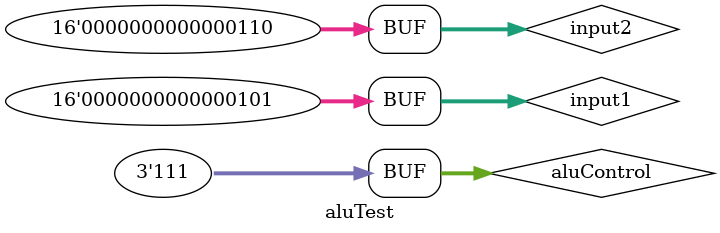
<source format=v>
`timescale 1ns / 1ps


module aluTest;

	// Inputs
	reg [15:0] input1;
	reg [15:0] input2;
	reg [2:0] aluControl;

	// Outputs
	wire [15:0] Out;
	wire zero;

	// Instantiate the Unit Under Test (UUT)
	alu uut (
		.input1(input1), 
		.input2(input2), 
		.aluControl(aluControl), 
		.Out(Out), 
		.zero(zero)
	);

	initial begin
		// Initialize Inputs
		input1 = 0;
		input2 = 0;
		aluControl = 0;

		// Wait 100 ns for global reset to finish
		#10;
      input1 = 5;
		input2 = 6;
		aluControl = 3'b000;

		#10;
      input1 = 5;
		input2 = 6;
		aluControl = 3'b001;

		#10;
      input1 = 5;
		input2 = 6;
		aluControl = 3'b010;
		
		#10;
      input1 = 5;
		input2 = 6;
		aluControl = 3'b011;
		
		#10;
      input1 = 5;
		input2 = 6;
		aluControl = 3'b100;
		
		#10;
      input1 = 5;
		input2 = 6;
		aluControl = 3'b101;
		
		#10;
      input1 = 5;
		input2 = 6;
		aluControl = 3'b110;
		
		#10;
      input1 = 5;
		input2 = 6;
		aluControl = 3'b111;
		// Add stimulus here

	end
      
endmodule


</source>
